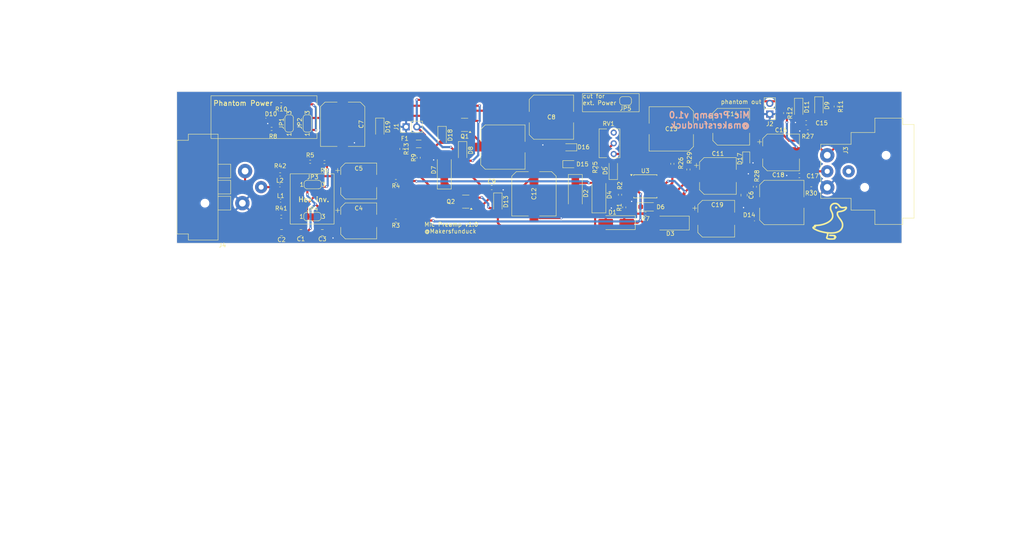
<source format=kicad_pcb>
(kicad_pcb (version 20241229) (generator "pcbnew") (generator_version "9.0")
  (title_block (title "THAT MicPre") (date "2022-10-10") (rev "1.1") (company "OJG"))
  (layers (0 "F.Cu" signal) (2 "B.Cu" signal) (13 "F.Paste" user) (15 "B.Paste" user) (5 "F.SilkS" user "F.Silkscreen") (7 "B.SilkS" user "B.Silkscreen") (1 "F.Mask" user) (3 "B.Mask" user) (25 "Edge.Cuts" user))
  (net 0 "")
  (net 1 "Net-(C1-Pad2)")
  (net 2 "GND")
  (net 3 "Net-(C4-Pad2)")
  (net 4 "Net-(JP3-A)")
  (net 5 "Net-(C5-Pad2)")
  (net 6 "Net-(JP3-B)")
  (net 7 "Net-(JP4-C)")
  (net 8 "Net-(JP3-C)")
  (net 9 "Net-(C13-Pad1)")
  (net 10 "Net-(D9-A)")
  (net 11 "Net-(C14-Pad1)")
  (net 12 "Net-(D11-A)")
  (net 13 "Net-(C16-Pad1)")
  (net 14 "OPA 7")
  (net 15 "Net-(R1-Pad2)")
  (net 16 "Net-(R25-Pad2)")
  (net 17 "Net-(D8-A)")
  (net 18 "Net-(D18-K)")
  (net 19 "Net-(D18-A)")
  (net 20 "Net-(D13-K)")
  (net 21 "OPA 8")
  (net 22 "OPA 5")
  (net 23 "OPA 3")
  (net 24 "OPA 2")
  (net 25 "OPA 1")
  (net 26 "Net-(D10-A)")
  (net 27 "Net-(D14-A)")
  (net 28 "Net-(D15-A)")
  (net 29 "Net-(JP1-A)")
  (net 30 "Net-(JP1-C)")
  (net 31 "Net-(JP2-A)")
  (net 32 "OPA 6")
  (net 33 "Net-(J4-Pad2)")
  (net 34 "Net-(J4-Pad3)")
  (net 35 "Net-(J1-Pin_2)")
  (net 37 "Net-(D11-K)")
  (net 38 "Net-(C14-Pad2)")
  (net 39 "Net-(C16-Pad2)")
  (footprint "Capacitor_SMD:C_0805_2012Metric_Pad1.18x1.45mm_HandSolder" (layer "F.Cu") (at 49.276 127 180)
    (property "Reference" "C1")
    (property "Value" "470p")
  )
  (footprint "Capacitor_SMD:C_0805_2012Metric_Pad1.18x1.45mm_HandSolder" (layer "F.Cu") (at 44.6825 127 180)
    (property "Reference" "C2")
    (property "Value" "470p")
  )
  (footprint "Capacitor_SMD:C_0805_2012Metric_Pad1.18x1.45mm_HandSolder" (layer "F.Cu") (at 54.356 127)
    (property "Reference" "C3")
    (property "Value" "47p")
  )
  (footprint "Capacitor_SMD:CP_Elec_8x5.4" (layer "F.Cu") (at 62.992 124.206)
    (property "Reference" "C4")
    (property "Value" "47u-10V-BP")
  )
  (footprint "Capacitor_SMD:CP_Elec_8x5.4" (layer "F.Cu") (at 62.99 114.74)
    (property "Reference" "C5")
    (property "Value" "47u-10V-BP")
  )
  (footprint "Capacitor_SMD:C_0805_2012Metric_Pad1.18x1.45mm_HandSolder" (layer "F.Cu") (at 154.432 118.0885 -90)
    (property "Reference" "C6")
    (property "Value" "100n")
  )
  (footprint "Capacitor_SMD:C_0603_1608Metric_Pad1.08x0.95mm_HandSolder" (layer "F.Cu") (at 94.549999 116.3)
    (property "Reference" "C9")
    (property "Value" "10n")
  )
  (footprint "Capacitor_SMD:CP_Elec_8x10.5" (layer "F.Cu") (at 148.226 113.538)
    (property "Reference" "C11")
    (property "Value" "47u-50V")
  )
  (footprint "Capacitor_SMD:C_Elec_10x10.2" (layer "F.Cu") (at 104.575 117.775 -90)
    (property "Reference" "C12")
    (property "Value" "220u-50V")
  )
  (footprint "Capacitor_SMD:C_Elec_10x10.2" (layer "F.Cu") (at 137.16 102.362 180)
    (property "Reference" "C13")
    (property "Value" "1000u-25V")
  )
  (footprint "Capacitor_SMD:CP_Elec_8x10.5" (layer "F.Cu") (at 151.384 101.854)
    (property "Reference" "C14")
    (property "Value" "47u-50V")
  )
  (footprint "Capacitor_SMD:C_0603_1608Metric_Pad1.08x0.95mm_HandSolder" (layer "F.Cu") (at 169.164 100.9 180)
    (property "Reference" "C15")
    (property "Value" "10n")
  )
  (footprint "Capacitor_SMD:CP_Elec_8x10.5" (layer "F.Cu") (at 163.212 107.95)
    (property "Reference" "C16")
    (property "Value" "47u-50V")
  )
  (footprint "Capacitor_SMD:C_0603_1608Metric_Pad1.08x0.95mm_HandSolder" (layer "F.Cu") (at 167.55 113.434 180)
    (property "Reference" "C17")
    (property "Value" "10n")
  )
  (footprint "Diode_SMD:D_SMA_Handsoldering" (layer "F.Cu") (at 124.1 124.625 180)
    (property "Reference" "D1")
    (property "Value" "FM4004W-W")
  )
  (footprint "Diode_SMD:D_SMA_Handsoldering" (layer "F.Cu") (at 114.39068 117.6975 -90)
    (property "Reference" "D2")
    (property "Value" "FM4004W-W")
  )
  (footprint "Diode_SMD:D_SMA_Handsoldering" (layer "F.Cu") (at 136.925 124.725 180)
    (property "Reference" "D3")
    (property "Value" "FM4004W-W")
  )
  (footprint "Diode_SMD:D_SMA_Handsoldering" (layer "F.Cu") (at 119.99091 117.79341 90)
    (property "Reference" "D4")
    (property "Value" "FM4004W-W")
  )
  (footprint "Diode_SMD:D_SOD-123F" (layer "F.Cu") (at 87.65 107.575001 -90)
    (property "Reference" "D8")
    (property "Value" "1N4148W")
  )
  (footprint "LED_SMD:LED_0402_1005Metric_Pad0.77x0.64mm_HandSolder" (layer "F.Cu") (at 42.228501 99.822)
    (property "Reference" "D10")
    (property "Value" "LED")
  )
  (footprint "Diode_SMD:D_SOD-123F" (layer "F.Cu") (at 96.00268 119.780501 -90)
    (property "Reference" "D13")
    (property "Value" "1N4148W")
  )
  (footprint "LED_SMD:LED_0402_1005Metric_Pad0.77x0.64mm_HandSolder" (layer "F.Cu") (at 155.637499 124.206 180)
    (property "Reference" "D14")
    (property "Value" "LED")
  )
  (footprint "Diode_SMD:D_SOD-323" (layer "F.Cu") (at 113.03 110.744)
    (property "Reference" "D15")
    (property "Value" "10V")
  )
  (footprint "Diode_SMD:D_SOD-323" (layer "F.Cu") (at 113.1325 106.73468 180)
    (property "Reference" "D16")
    (property "Value" "10V")
  )
  (footprint "Connector_Audio:Jack_XLR_Neutrik_NC3MBH-0_Horizontal" (layer "F.Cu") (at 174.16 116.244 90)
    (property "Reference" "J3")
    (property "Value" "NC3MBH1")
  )
  (footprint "Package_TO_SOT_SMD:SOT-23-3" (layer "F.Cu") (at 88.1125 101.400001 180)
    (property "Reference" "Q1")
    (property "Value" "BC846BLT1G")
  )
  (footprint "Package_TO_SOT_SMD:SOT-23-3" (layer "F.Cu") (at 88.392 119.634 180)
    (property "Reference" "Q2")
    (property "Value" "BC846BLT1G")
  )
  (footprint "Resistor_SMD:R_0402_1005Metric_Pad0.72x0.64mm_HandSolder" (layer "F.Cu") (at 125 118 -90)
    (property "Reference" "R2")
    (property "Value" "1k2-0.1%")
  )
  (footprint "Resistor_SMD:R_0402_1005Metric_Pad0.72x0.64mm_HandSolder" (layer "F.Cu") (at 71.7925 124.138 180)
    (property "Reference" "R3")
    (property "Value" "10R-1W")
  )
  (footprint "Resistor_SMD:R_0402_1005Metric_Pad0.72x0.64mm_HandSolder" (layer "F.Cu") (at 71.806 114.74 180)
    (property "Reference" "R4")
    (property "Value" "10R-1W")
  )
  (footprint "Resistor_SMD:R_0402_1005Metric_Pad0.72x0.64mm_HandSolder" (layer "F.Cu") (at 51.4725 110.168 180)
    (property "Reference" "R5")
    (property "Value" "6k8-0.1%-0.5W")
  )
  (footprint "Resistor_SMD:R_0402_1005Metric_Pad0.72x0.64mm_HandSolder" (layer "F.Cu") (at 54.864 110.236)
    (property "Reference" "R6")
    (property "Value" "6k8-0.1%-0.5W")
  )
  (footprint "Resistor_SMD:R_0402_1005Metric_Pad0.72x0.64mm_HandSolder" (layer "F.Cu") (at 131.05 122.5)
    (property "Reference" "R7")
    (property "Value" "22k")
  )
  (footprint "Resistor_SMD:R_0402_1005Metric_Pad0.72x0.64mm_HandSolder" (layer "F.Cu") (at 77.216 109.2025 90)
    (property "Reference" "R9")
    (property "Value" "10k")
  )
  (footprint "Resistor_SMD:R_0402_1005Metric_Pad0.72x0.64mm_HandSolder" (layer "F.Cu") (at 44.6145 96.52 180)
    (property "Reference" "R10")
    (property "Value" "22k")
  )
  (footprint "Resistor_SMD:R_0402_1005Metric_Pad0.72x0.64mm_HandSolder" (layer "F.Cu") (at 73.125 107.125 -90)
    (property "Reference" "R13")
    (property "Value" "10k")
  )
  (footprint "Resistor_SMD:R_0402_1005Metric_Pad0.72x0.64mm_HandSolder" (layer "F.Cu") (at 120.2525 111.5 90)
    (property "Reference" "R25")
    (property "Value" "10R")
  )
  (footprint "Resistor_SMD:R_0402_1005Metric_Pad0.72x0.64mm_HandSolder" (layer "F.Cu") (at 137.414 110.6545 -90)
    (property "Reference" "R26")
    (property "Value" "100R")
  )
  (footprint "Resistor_SMD:R_0402_1005Metric_Pad0.72x0.64mm_HandSolder" (layer "F.Cu") (at 169.5525 102.975 180)
    (property "Reference" "R27")
    (property "Value" "10k")
  )
  (footprint "Resistor_SMD:R_0402_1005Metric_Pad0.72x0.64mm_HandSolder" (layer "F.Cu") (at 170.3775 116.484 180)
    (property "Reference" "R30")
    (property "Value" "10k")
  )
  (footprint "Resistor_SMD:R_0402_1005Metric_Pad0.72x0.64mm_HandSolder" (layer "F.Cu") (at 126 121 90)
    (property "Reference" "R1")
    (property "Value" "1k2-0.1%")
  )
  (footprint "Connector_PinHeader_2.54mm:PinHeader_1x02_P2.54mm_Vertical" (layer "F.Cu") (at 74.235 101.875 90)
    (property "Reference" "J1")
    (property "Value" "Conn_01x02_Pin")
  )
  (footprint "Capacitor_SMD:CP_Elec_8x10.5" (layer "F.Cu") (at 147.828 123.698)
    (property "Reference" "C19")
    (property "Value" "47u-50V")
  )
  (footprint "Capacitor_SMD:C_Elec_10x10.2" (layer "F.Cu") (at 163.381587 119.840586)
    (property "Reference" "C18")
    (property "Value" "1000u-25V")
  )
  (footprint "Diode_SMD:D_SOD-123F" (layer "F.Cu") (at 123.4 112.175 90)
    (property "Reference" "D5")
    (property "Value" "1N4148W")
  )
  (footprint "Diode_SMD:D_SOD-123F" (layer "F.Cu") (at 131.3 120.875)
    (property "Reference" "D6")
    (property "Value" "1N4148W")
  )
  (footprint "Resistor_SMD:R_0402_1005Metric_Pad0.72x0.64mm_HandSolder" (layer "F.Cu") (at 157 116.1025 -90)
    (property "Reference" "R28")
    (property "Value" "4k7")
  )
  (footprint "Diode_SMD:D_SOD-123F" (layer "F.Cu") (at 82.775 103.975001 -90)
    (property "Reference" "D18")
    (property "Value" "1N4148W")
  )
  (footprint "Diode_SMD:D_SOD-123F" (layer "F.Cu") (at 68 102 -90)
    (property "Reference" "D19")
    (property "Value" "1N4148W")
  )
  (footprint "Resistor_SMD:R_0402_1005Metric_Pad0.72x0.64mm_HandSolder" (layer "F.Cu") (at 42.3285 102.362 180)
    (property "Reference" "R8")
    (property "Value" "47k")
  )
  (footprint "Capacitor_SMD:C_Elec_10x10.2" (layer "F.Cu") (at 97.2 106.68)
    (property "Reference" "C10" (hide yes))
    (property "Value" "220u-50V")
  )
  (footprint "Capacitor_SMD:C_Elec_10x10.2" (layer "F.Cu") (at 108.712 99.568)
    (property "Reference" "C8")
    (property "Value" "220u-50V")
  )
  (footprint "Diode_SMD:D_SOD-323" (layer "F.Cu") (at 154.94 109.434 -90)
    (property "Reference" "D17")
    (property "Value" "10V")
  )
  (footprint "Resistor_SMD:R_0402_1005Metric_Pad0.72x0.64mm_HandSolder" (layer "F.Cu") (at 141.224 112 -90)
    (property "Reference" "R29")
    (property "Value" "100R")
  )
  (footprint "Capacitor_SMD:C_Elec_10x10.2" (layer "F.Cu") (at 59.182 101.264 -90)
    (property "Reference" "C7")
    (property "Value" "220u-50V")
  )
  (footprint "Fuse:Fuse_1206_3216Metric_Pad1.42x1.75mm_HandSolder" (layer "F.Cu") (at 77.216 105.918 180)
    (property "Reference" "F1")
    (property "Value" "Polyfuse")
  )
  (footprint "Diode_SMD:D_SMA_Handsoldering" (layer "F.Cu") (at 83.3 112.125 90)
    (property "Reference" "D7")
    (property "Value" "FM4004W-W")
  )
  (footprint "Library:logo" (layer "F.Cu") (at 174.752 124.206)
    (property "Reference" "G***" (hide yes))
    (property "Value" "LOGO" (hide yes))
  )
  (footprint "Inductor_SMD:L_0402_1005Metric_Pad0.77x0.64mm_HandSolder" (layer "F.Cu") (at 44.2835 115.781)
    (property "Reference" "L2")
    (property "Value" "1.2μH")
  )
  (footprint "Resistor_SMD:R_0402_1005Metric_Pad0.72x0.64mm_HandSolder" (layer "F.Cu") (at 176.18 97.05 -90)
    (property "Reference" "R11")
    (property "Value" "1.5k")
  )
  (footprint "Resistor_SMD:R_0402_1005Metric_Pad0.72x0.64mm_HandSolder" (layer "F.Cu") (at 44.3585 113.156 180)
    (property "Reference" "R42")
    (property "Value" "47R-1W")
  )
  (footprint "Inductor_SMD:L_0402_1005Metric_Pad0.77x0.64mm_HandSolder" (layer "F.Cu") (at 44.4585 119.406)
    (property "Reference" "L1")
    (property "Value" "1.2μH")
  )
  (footprint "Package_SO:SOIC-8W_5.3x5.3mm_P1.27mm" (layer "F.Cu") (at 131 116)
    (property "Reference" "U3")
    (property "Value" "1510S08-U")
  )
  (footprint "Jumper:SolderJumper-3_P1.3mm_Bridged12_RoundedPad1.0x1.5mm_NumberLabels" (layer "F.Cu") (at 46.482 101.062 90)
    (property "Reference" "JP1")
    (property "Value" "SolderJumper_3_Bridged12")
  )
  (footprint "Jumper:SolderJumper-3_P1.3mm_Bridged12_RoundedPad1.0x1.5mm_NumberLabels" (layer "F.Cu") (at 52.006 123.181)
    (property "Reference" "JP4")
    (property "Value" "SolderJumper_3_Bridged12")
  )
  (footprint "Jumper:SolderJumper-3_P1.3mm_Bridged12_RoundedPad1.0x1.5mm_NumberLabels" (layer "F.Cu") (at 50.8 101.062 90)
    (property "Reference" "JP2")
    (property "Value" "SolderJumper_3_Bridged12")
  )
  (footprint "Diode_SMD:D_SOD-123F" (layer "F.Cu") (at 167.39 97.300001 -90)
    (property "Reference" "D11")
    (property "Value" "1N4148W")
  )
  (footprint "Jumper:SolderJumper-2_P1.3mm_Bridged_RoundedPad1.0x1.5mm" (layer "F.Cu") (at 126.31 95.7 180)
    (property "Reference" "JP5")
    (property "Value" "SolderJumper_2_Bridged")
  )
  (footprint "Diode_SMD:D_SOD-123F" (layer "F.Cu") (at 172.19 96.950001 -90)
    (property "Reference" "D9")
    (property "Value" "1N4148W")
  )
  (footprint "Potentiometer_THT:Potentiometer_Vishay_T73XW_Horizontal" (layer "F.Cu") (at 122.5 108.325 180)
    (property "Reference" "RV1")
    (property "Value" "PTN091-H11115DA")
  )
  (footprint "Connector_Audio:Jack_XLR_Neutrik_NC3MAFH-PH_Horizontal" (layer "F.Cu") (at 35.39 120 180)
    (property "Reference" "J4")
    (property "Value" "NC3FBH1")
  )
  (footprint "Jumper:SolderJumper-3_P1.3mm_Bridged12_RoundedPad1.0x1.5mm_NumberLabels" (layer "F.Cu") (at 52.081 115.581)
    (property "Reference" "JP3")
    (property "Value" "SolderJumper_3_Bridged12")
  )
  (footprint "Connector_PinHeader_2.54mm:PinHeader_1x02_P2.54mm_Vertical" (layer "F.Cu") (at 160.53 98.84 180)
    (property "Reference" "J2")
    (property "Value" "Conn_01x02_Pin")
  )
  (footprint "Resistor_SMD:R_0402_1005Metric_Pad0.72x0.64mm_HandSolder" (layer "F.Cu") (at 164.18 98.6075 -90)
    (property "Reference" "R12")
    (property "Value" "1.5k")
  )
  (footprint "Resistor_SMD:R_0402_1005Metric_Pad0.72x0.64mm_HandSolder" (layer "F.Cu") (at 44.6085 123.231 180)
    (property "Reference" "R41")
    (property "Value" "47R-1W")
  )
  (gr_rect (start 27.94 94.488) (end 53.086 104.648) (stroke (width 0.12)) (fill no) (layer "F.SilkS"))
  (gr_rect (start 46.736 113.03) (end 57.15 124.968) (stroke (width 0.12)) (fill no) (layer "F.SilkS"))
  (gr_rect (start 116.078 93.98) (end 129.54 98.298) (stroke (width 0.12)) (fill no) (layer "F.SilkS"))
  (gr_rect (start 19.812 93.481) (end 191.858 129.531) (stroke (width 0.05)) (fill no) (layer "Edge.Cuts"))
  (gr_text "Mic Preamp v1.0\n@Makersfunduck" (at 78.486 127.254 0) (layer "F.SilkS") (effects (font (size 1 1)) (justify left bottom)))
  (gr_text "Hex inv." (at 52.324 119.126 0) (layer "F.SilkS") (effects (font (size 1.2 1.2) (thickness 0.2))))
  (gr_text "Phantom Power" (at 35.56 96.266 0) (layer "F.SilkS") (effects (font (size 1.2 1.2) (thickness 0.2))))
  (gr_text "phantom out\n" (at 148.844 96.52 0) (layer "F.SilkS") (effects (font (size 1 1)) (justify left bottom)))
  (gr_text "cut for \next. Power" (at 116.078 96.774 0) (layer "F.SilkS") (effects (font (size 1 1)) (justify left bottom)))
  (gr_text "Mic Preamp v1.0\n@makersfunduck" (at 155.956 102.362 0) (layer "B.SilkS") (effects (font (size 1.5 1.5) (thickness 0.3) (bold yes)) (justify left bottom mirror)))
  (segment (start 53.3185 127.762) (end 53.3185 127) (width 0.5) (layer "F.Cu") (net 1))
  (segment (start 52.5565 128.524) (end 53.3185 127.762) (width 0.5) (layer "F.Cu") (net 1))
  (segment (start 47.498 128.524) (end 52.5565 128.524) (width 0.5) (layer "F.Cu") (net 1))
  (segment (start 45.169 128.524) (end 47.498 128.524) (width 0.5) (layer "F.Cu") (net 1))
  (segment (start 43.645 127) (end 45.169 128.524) (width 0.5) (layer "F.Cu") (net 1))
  (segment (start 48.2385 127.7835) (end 47.752 128.27) (width 0.5) (layer "F.Cu") (net 1))
  (segment (start 47.498 128.524) (end 47.752 128.27) (width 0.5) (layer "F.Cu") (net 1))
  (segment (start 48.2385 127) (end 48.2385 127.7835) (width 0.5) (layer "F.Cu") (net 1))
  (segment (start 106.68 106) (end 106.68 106.172) (width 0.5) (layer "F.Cu") (net 2))
  (segment (start 166.6875 113.434) (end 164.55 113.434) (width 0.5) (layer "F.Cu") (net 2))
  (segment (start 80.875 109.625) (end 83.3 109.625) (width 0.5) (layer "F.Cu") (net 2))
  (segment (start 122.174 122.494) (end 122.174 121.92) (width 0.5) (layer "F.Cu") (net 2))
  (segment (start 101.6 106.45) (end 106.68 106.45) (width 0.5) (layer "F.Cu") (net 2))
  (segment (start 127.35 119.175) (end 127.75 119.575) (width 0.5) (layer "F.Cu") (net 2))
  (segment (start 106.68 106.172) (end 106.68 106.45) (width 0.5) (layer "F.Cu") (net 2))
  (segment (start 154.432 120.918) (end 154.3 121.05) (width 0.5) (layer "F.Cu") (net 2))
  (segment (start 113.112 99.568) (end 106.68 106) (width 0.5) (layer "F.Cu") (net 2))
  (segment (start 167.745 102.975) (end 167.64 102.87) (width 0.5) (layer "F.Cu") (net 2))
  (segment (start 154.94 113.538) (end 151.956481 113.538) (width 0.5) (layer "F.Cu") (net 2))
  (segment (start 121.6 124.625) (end 121.6 123.068) (width 0.5) (layer "F.Cu") (net 2))
  (segment (start 122.174 121.92) (end 122.936 121.158) (width 0.5) (layer "F.Cu") (net 2))
  (segment (start 154.432 119.126) (end 154.432 120.918) (width 0.5) (layer "F.Cu") (net 2))
  (segment (start 169.78 117.842173) (end 167.781587 119.840586) (width 0.5) (layer "F.Cu") (net 2))
  (segment (start 80.772 109.728) (end 80.875 109.625) (width 0.5) (layer "F.Cu") (net 2))
  (segment (start 56.6635 128.27) (end 56.896 128.27) (width 0.5) (layer "F.Cu") (net 2))
  (segment (start 41.402 101.092) (end 41.402 102.033) (width 0.5) (layer "F.Cu") (net 2))
  (segment (start 169.78 116.484) (end 169.78 117.842173) (width 0.5) (layer "F.Cu") (net 2))
  (segment (start 50.8 101.062) (end 49.306 101.062) (width 0.5) (layer "F.Cu") (net 2))
  (segment (start 105.93818 123.53818) (end 111.05 123.53818) (width 0.5) (layer "F.Cu") (net 2))
  (segment (start 111.79782 106.45) (end 112.0825 106.73468) (width 0.5) (layer "F.Cu") (net 2))
  (segment (start 104.575 122.175) (end 105.93818 123.53818) (width 0.5) (layer "F.Cu") (net 2))
  (segment (start 106.68 106.45) (end 111.79782 106.45) (width 0.5) (layer "F.Cu") (net 2))
  (segment (start 168.955 102.975) (end 167.745 102.975) (width 0.5) (layer "F.Cu") (net 2))
  (segment (start 168.301499 100.9) (end 166.686 100.9) (width 0.5) (layer "F.Cu") (net 2))
  (segment (start 41.402 102.033) (end 41.731 102.362) (width 0.5) (layer "F.Cu") (net 2))
  (segment (start 55.3935 127) (end 56.6635 128.27) (width 0.5) (layer "F.Cu") (net 2))
  (segment (start 170.563414 119.840586) (end 174.16 116.244) (width 0.5) (layer "F.Cu") (net 2))
  (segment (start 127.35 117.905) (end 127.35 119.175) (width 0.5) (layer "F.Cu") (net 2))
  (segment (start 41.402 99.822) (end 41.402 101.092) (width 0.5) (layer "F.Cu") (net 2))
  (segment (start 156.5 110.484) (end 156.55 110.434) (width 0.5) (layer "F.Cu") (net 2))
  (segment (start 97.282 116.84) (end 95.9525 116.84) (width 0.5) (layer "F.Cu") (net 2))
  (segment (start 167.781587 119.840586) (end 170.563414 119.840586) (width 0.5) (layer "F.Cu") (net 2))
  (segment (start 154.94 110.484) (end 156.5 110.484) (width 0.5) (layer "F.Cu") (net 2))
  (segment (start 151.929115 123.420885) (end 154.3 121.05) (width 0.5) (layer "F.Cu") (net 2))
  (segment (start 61.976 105.664) (end 59.182 105.664) (width 0.5) (layer "F.Cu") (net 2))
  (segment (start 95.9525 116.84) (end 95.4125 116.3) (width 0.5) (layer "F.Cu") (net 2))
  (segment (start 121.6 123.068) (end 122.174 122.494) (width 0.5) (layer "F.Cu") (net 2))
  (segment (start 114.39068 120.1975) (end 111.05 123.53818) (width 0.5) (layer "F.Cu") (net 2))
  (segment (start 49.306 101.062) (end 48.768 101.6) (width 0.5) (layer "F.Cu") (net 2))
  (segment (start 155.448 113.03) (end 154.94 113.538) (width 0.5) (layer "F.Cu") (net 2))
  (segment (start 166.686 100.9) (end 166.624 100.838) (width 0.5) (layer "F.Cu") (net 2))
  (via (at 48.768 101.6) (size 0.6) (drill 0.3) (layers "F.Cu" "B.Cu") (net 2))
  (via (at 122.936 121.158) (size 0.6) (drill 0.3) (layers "F.Cu" "B.Cu") (net 2))
  (via (at 80.772 109.728) (size 0.6) (drill 0.3) (layers "F.Cu" "B.Cu") (net 2))
  (via (at 61.976 105.664) (size 0.6) (drill 0.3) (layers "F.Cu" "B.Cu") (net 2))
  (via (at 154.3 121.05) (size 0.6) (drill 0.3) (layers "F.Cu" "B.Cu") (net 2))
  (via (at 156.55 110.434) (size 0.6) (drill 0.3) (layers "F.Cu" "B.Cu") (net 2))
  (via (at 167.64 102.87) (size 0.6) (drill 0.3) (layers "F.Cu" "B.Cu") (net 2))
  (via (at 111.05 123.53818) (size 0.6) (drill 0.3) (layers "F.Cu" "B.Cu") (net 2))
  (via (at 56.896 128.27) (size 0.6) (drill 0.3) (layers "F.Cu" "B.Cu") (net 2))
  (via (at 97.282 116.84) (size 0.6) (drill 0.3) (layers "F.Cu" "B.Cu") (net 2))
  (via (at 166.624 100.838) (size 0.6) (drill 0.3) (layers "F.Cu" "B.Cu") (net 2))
  (via (at 127.75 119.575) (size 0.6) (drill 0.3) (layers "F.Cu" "B.Cu") (net 2))
  (via (at 164.55 113.434) (size 0.6) (drill 0.3) (layers "F.Cu" "B.Cu") (net 2))
  (via (at 106.68 106.172) (size 0.6) (drill 0.3) (layers "F.Cu" "B.Cu") (net 2))
  (via (at 155.448 113.03) (size 0.6) (drill 0.3) (layers "F.Cu" "B.Cu") (net 2))
  (via (at 41.402 101.092) (size 0.6) (drill 0.3) (layers "F.Cu" "B.Cu") (net 2))
  (segment (start 66.042 124.206) (end 71.0852 124.206) (width 0.5) (layer "F.Cu") (net 3))
  (segment (start 50.875 115.487) (end 50.781 115.581) (width 0.5) (layer "F.Cu") (net 4))
  (segment (start 53.306 120.781) (end 52.756 120.231) (width 0.5) (layer "F.Cu") (net 4))
  (segment (start 50.875 110.168) (end 50.875 115.487) (width 0.5) (layer "F.Cu") (net 4))
  (segment (start 45.081 115.556) (end 44.856 115.781) (width 0.5) (layer "F.Cu") (net 4))
  (segment (start 50.546 127) (end 51.562 125.984) (width 0.5) (layer "F.Cu") (net 4))
  (segment (start 44.956 113.156) (end 44.956 115.681) (width 0.5) (layer "F.Cu") (net 4))
  (segment (start 50.806 117.906) (end 50.806 115.606) (width 0.5) (layer "F.Cu") (net 4))
  (segment (start 44.956 115.681) (end 44.856 115.781) (width 0.5) (layer "F.Cu") (net 4))
  (segment (start 50.3135 127) (end 50.546 127) (width 0.5) (layer "F.Cu") (net 4))
  (segment (start 50.781 115.556) (end 45.081 115.556) (width 0.5) (layer "F.Cu") (net 4))
  (segment (start 50.806 115.606) (end 50.781 115.581) (width 0.5) (layer "F.Cu") (net 4))
  (segment (start 53.306 123.181) (end 53.306 120.781) (width 0.5) (layer "F.Cu") (net 4))
  (via (at 50.806 117.906) (size 0.6) (drill 0.3) (layers "F.Cu" "B.Cu") (net 4))
  (via (at 52.756 120.231) (size 0.6) (drill 0.3) (layers "F.Cu" "B.Cu") (net 4))
  (via (at 51.562 125.984) (size 0.6) (drill 0.3) (layers "F.Cu" "B.Cu") (net 4))
  (segment (start 51.562 125.984) (end 51.562 121.425) (width 0.5) (layer "B.Cu") (net 4))
  (segment (start 50.806 118.281) (end 50.806 117.906) (width 0.5) (layer "B.Cu") (net 4))
  (segment (start 52.756 120.231) (end 50.806 118.281) (width 0.5) (layer "B.Cu") (net 4))
  (segment (start 51.562 121.425) (end 52.756 120.231) (width 0.5) (layer "B.Cu") (net 4))
  (segment (start 66.04 114.74) (end 71.2085 114.74) (width 0.5) (layer "F.Cu") (net 5))
  (segment (start 55.372 116.078) (end 53.878 116.078) (width 0.5) (layer "F.Cu") (net 6))
  (segment (start 55.4615 111.8495) (end 55.626 112.014) (width 0.5) (layer "F.Cu") (net 6))
  (segment (start 45.72 123.745) (end 45.206 123.231) (width 0.5) (layer "F.Cu") (net 6))
  (segment (start 53.878 116.078) (end 53.381 115.581) (width 0.5) (layer "F.Cu") (net 6))
  (segment (start 45.206 123.231) (end 45.206 119.581) (width 0.5) (layer "F.Cu") (net 6))
  (segment (start 50.731 123.231) (end 45.206 123.231) (width 0.5) (layer "F.Cu") (net 6))
  (segment (start 55.4615 110.236) (end 55.4615 111.8495) (width 0.5) (layer "F.Cu") (net 6))
  (segment (start 45.206 119.581) (end 45.031 119.406) (width 0.5) (layer "F.Cu") (net 6))
  (segment (start 53.381 117.506) (end 50.706 120.181) (width 0.5) (layer "F.Cu") (net 6))
  (segment (start 53.381 115.581) (end 53.381 117.506) (width 0.5) (layer "F.Cu") (net 6))
  (segment (start 45.72 127) (end 45.72 123.745) (width 0.5) (layer "F.Cu") (net 6))
  (segment (start 50.706 120.181) (end 50.706 123.181) (width 0.5) (layer "F.Cu") (net 6))
  (via (at 55.372 116.078) (size 0.6) (drill 0.3) (layers "F.Cu" "B.Cu") (net 6))
  (via (at 55.626 112.014) (size 0.6) (drill 0.3) (layers "F.Cu" "B.Cu") (net 6))
  (segment (start 55.626 115.824) (end 55.372 116.078) (width 0.5) (layer "B.Cu") (net 6))
  (segment (start 55.626 112.014) (end 55.626 115.824) (width 0.5) (layer "B.Cu") (net 6))
  (segment (start 60.0735 124.206) (end 58.8235 125.456) (width 0.5) (layer "F.Cu") (net 7))
  (segment (start 58.8235 125.456) (end 53.56682 125.456) (width 0.5) (layer "F.Cu") (net 7))
  (segment (start 52.006 123.89518) (end 52.006 123.181) (width 0.5) (layer "F.Cu") (net 7))
  (segment (start 53.56682 125.456) (end 52.006 123.89518) (width 0.5) (layer "F.Cu") (net 7))
  (segment (start 52.831 113.581) (end 52.081 114.331) (width 0.5) (layer "F.Cu") (net 8))
  (segment (start 52.081 114.331) (end 52.081 115.581) (width 0.5) (layer "F.Cu") (net 8))
  (segment (start 58.856 113.581) (end 52.831 113.581) (width 0.5) (layer "F.Cu") (net 8))
  (segment (start 60.106 114.831) (end 58.856 113.581) (width 0.5) (layer "F.Cu") (net 8))
  (segment (start 139.02 99.822) (end 129.54 99.822) (width 0.5) (layer "F.Cu") (net 9))
  (segment (start 124.847 108.325) (end 123.5 108.325) (width 0.5) (layer "F.Cu") (net 9))
  (segment (start 127.762 101.6) (end 127.762 105.41) (width 0.5) (layer "F.Cu") (net 9))
  (segment (start 127.762 105.41) (end 124.847 108.325) (width 0.5) (layer "F.Cu") (net 9))
  (segment (start 141.56 102.362) (end 139.02 99.822) (width 0.5) (layer "F.Cu") (net 9))
  (segment (start 129.54 99.822) (end 127.762 101.6) (width 0.5) (layer "F.Cu") (net 9))
  (segment (start 173.8035 96.4525) (end 172.212 98.044) (width 0.5) (layer "F.Cu") (net 10))
  (segment (start 176.18 96.4525) (end 173.8035 96.4525) (width 0.5) (layer "F.Cu") (net 10))
  (segment (start 140.791 106.68) (end 142.858 106.68) (width 0.5) (layer "F.Cu") (net 11))
  (segment (start 147.574 101.854) (end 148.684 101.854) (width 0.5) (layer "F.Cu") (net 11))
  (segment (start 142.858 106.68) (end 147.684 101.854) (width 0.5) (layer "F.Cu") (net 11))
  (segment (start 137.414 110.057) (end 140.791 106.68) (width 0.5) (layer "F.Cu") (net 11))
  (segment (start 164.18 98.01) (end 166.336 98.01) (width 0.5) (layer "F.Cu") (net 12))
  (segment (start 166.336 98.01) (end 166.878 98.552) (width 0.5) (layer "F.Cu") (net 12))
  (segment (start 159.512 109.22) (end 159.512 107.95) (width 0.5) (layer "F.Cu") (net 13))
  (segment (start 141.224 111.4025) (end 141.5815 111.76) (width 0.5) (layer "F.Cu") (net 13))
  (segment (start 141.5815 111.76) (end 156.972 111.76) (width 0.5) (layer "F.Cu") (net 13))
  (segment (start 156.972 111.76) (end 159.512 109.22) (width 0.5) (layer "F.Cu") (net 13))
  (segment (start 146.92977 115.94177) (end 144.526 113.538) (width 0.5) (layer "F.Cu") (net 14))
  (segment (start 96.00268 124.70468) (end 98.044 126.746) (width 0.5) (layer "F.Cu") (net 14))
  (segment (start 140.2875 119.8575) (end 144.128 123.698) (width 0.5) (layer "F.Cu") (net 14))
  (segment (start 154.432 117.051) (end 154.432 116.332) (width 0.5) (layer "F.Cu") (net 14))
  (segment (start 135.785 115.365) (end 134.65 115.365) (width 0.5) (layer "F.Cu") (net 14))
  (segment (start 119.09091 121.19341) (end 119.09091 126.575) (width 0.5) (layer "F.Cu") (net 14))
  (segment (start 156.15 115.539) (end 153.745 115.539) (width 0.5) (layer "F.Cu") (net 14))
  (segment (start 154.432 116.332) (end 153.745 115.645) (width 0.5) (layer "F.Cu") (net 14))
  (segment (start 137.404 126.746) (end 139.425 124.725) (width 0.5) (layer "F.Cu") (net 14))
  (segment (start 144.237 113.538) (end 140.2875 117.4875) (width 0.5) (layer "F.Cu") (net 14))
  (segment (start 140.2875 117.4875) (end 140.05 117.725) (width 0.5) (layer "F.Cu") (net 14))
  (segment (start 140.05 117.725) (end 140.05 119.375) (width 0.5) (layer "F.Cu") (net 14))
  (segment (start 144.526 113.538) (end 144.237 113.538) (width 0.5) (layer "F.Cu") (net 14))
  (segment (start 89.5295 118.684001) (end 92.135999 118.684001) (width 0.5) (layer "F.Cu") (net 14))
  (segment (start 95.98018 121.158) (end 96.00268 121.1805) (width 0.5) (layer "F.Cu") (net 14))
  (segment (start 136.4 114.75) (end 135.785 115.365) (width 0.5) (layer "F.Cu") (net 14))
  (segment (start 153.745 115.539) (end 153.34223 115.94177) (width 0.5) (layer "F.Cu") (net 14))
  (segment (start 98.044 126.746) (end 137.404 126.746) (width 0.5) (layer "F.Cu") (net 14))
  (segment (start 93.726 120.904) (end 93.98 121.158) (width 0.5) (layer "F.Cu") (net 14))
  (segment (start 140.4375 117.3375) (end 140.05 117.725) (width 0.5) (layer "F.Cu") (net 14))
  (segment (start 119.99091 120.29341) (end 119.09091 121.19341) (width 0.5) (layer "F.Cu") (net 14))
  (segment (start 156.184 115.505) (end 157 115.505) (width 0.5) (layer "F.Cu") (net 14))
  (segment (start 139.425 120) (end 139.425 124.725) (width 0.5) (layer "F.Cu") (net 14))
  (segment (start 96.00268 121.1805) (end 96.00268 124.70468) (width 0.5) (layer "F.Cu") (net 14))
  (segment (start 140.05 119.375) (end 139.425 120) (width 0.5) (layer "F.Cu") (net 14))
  (segment (start 92.135999 118.684001) (end 92.202 118.618) (width 0.5) (layer "F.Cu") (net 14))
  (segment (start 140.2875 117.4875) (end 140.2875 119.8575) (width 0.5) (layer "F.Cu") (net 14))
  (segment (start 156.15 115.539) (end 156.184 115.505) (width 0.5) (layer "F.Cu") (net 14))
  (segment (start 153.745 115.645) (end 153.745 115.539) (width 0.5) (layer "F.Cu") (net 14))
  (segment (start 153.34223 115.94177) (end 146.92977 115.94177) (width 0.5) (layer "F.Cu") (net 14))
  (segment (start 93.98 121.158) (end 95.98018 121.158) (width 0.5) (layer "F.Cu") (net 14))
  (via (at 92.202 118.618) (size 0.6) (drill 0.3) (layers "F.Cu" "B.Cu") (net 14))
  (via (at 93.726 120.904) (size 0.6) (drill 0.3) (layers "F.Cu" "B.Cu") (net 14))
  (via (at 136.4 114.75) (size 0.6) (drill 0.3) (layers "F.Cu" "B.Cu") (net 14))
  (via (at 140.4375 117.3375) (size 0.6) (drill 0.3) (layers "F.Cu" "B.Cu") (net 14))
  (segment (start 93.726 120.142) (end 92.202 118.618) (width 0.5) (layer "B.Cu") (net 14))
  (segment (start 140.4375 117.2625) (end 137.925 114.75) (width 0.5) (layer "B.Cu") (net 14))
  (segment (start 93.726 120.904) (end 93.726 120.142) (width 0.5) (layer "B.Cu") (net 14))
  (segment (start 137.925 114.75) (end 136.4 114.75) (width 0.5) (layer "B.Cu") (net 14))
  (segment (start 140.4375 117.3375) (end 140.4375 117.2625) (width 0.5) (layer "B.Cu") (net 14))
  (segment (start 130.4525 122.5) (end 128.197816 122.5) (width 0.5) (layer "F.Cu") (net 15))
  (segment (start 125 118.5975) (end 125 119.4025) (width 0.5) (layer "F.Cu") (net 15))
  (segment (start 126.100316 120.4025) (end 126 120.4025) (width 0.5) (layer "F.Cu") (net 15))
  (segment (start 125 119.4025) (end 126 120.4025) (width 0.5) (layer "F.Cu") (net 15))
  (segment (start 128.197816 122.5) (end 126.100316 120.4025) (width 0.5) (layer "F.Cu") (net 15))
  (segment (start 120.2525 110.9025) (end 120.2525 109.0325) (width 0.5) (layer "F.Cu") (net 16))
  (segment (start 120.2525 109.0325) (end 123.5 105.785) (width 0.5) (layer "F.Cu") (net 16))
  (segment (start 59.182 96.864) (end 91.657132 96.864) (width 0.5) (layer "F.Cu") (net 17))
  (segment (start 90.05 109.925) (end 88.6 109.925) (width 0.5) (layer "F.Cu") (net 17))
  (segment (start 91.657132 96.864) (end 91.681132 96.84) (width 0.5) (layer "F.Cu") (net 17))
  (segment (start 56.284 99.762) (end 59.182 96.864) (width 0.5) (layer "F.Cu") (net 17))
  (segment (start 88.6 109.925) (end 87.65 108.975) (width 0.5) (layer "F.Cu") (net 17))
  (segment (start 50.8 99.762) (end 56.284 99.762) (width 0.5) (layer "F.Cu") (net 17))
  (segment (start 91.125002 100.450002) (end 91.425 100.75) (width 0.5) (layer "F.Cu") (net 17))
  (segment (start 89.25 100.450002) (end 91.125002 100.450002) (width 0.5) (layer "F.Cu") (net 17))
  (segment (start 46.482 99.762) (end 50.8 99.762) (width 0.5) (layer "F.Cu") (net 17))
  (via (at 91.425 100.75) (size 0.6) (drill 0.3) (layers "F.Cu" "B.Cu") (net 17))
  (via (at 91.681132 96.84) (size 0.6) (drill 0.3) (layers "F.Cu" "B.Cu") (net 17))
  (via (at 90.05 109.925) (size 0.6) (drill 0.3) (layers "F.Cu" "B.Cu") (net 17))
  (segment (start 91.35 100.825) (end 91.35 108.625) (width 0.5) (layer "B.Cu") (net 17))
  (segment (start 91.425 100.75) (end 91.35 100.825) (width 0.5) (layer "B.Cu") (net 17))
  (segment (start 91.694 100.481) (end 91.694 96.852868) (width 0.5) (layer "B.Cu") (net 17))
  (segment (start 91.35 108.625) (end 90.05 109.925) (width 0.5) (layer "B.Cu") (net 17))
  (segment (start 91.425 100.75) (end 91.694 100.481) (width 0.5) (layer "B.Cu") (net 17))
  (segment (start 91.694 96.852868) (end 91.681132 96.84) (width 0.5) (layer "B.Cu") (net 17))
  (segment (start 80.655998 98.044) (end 79.449998 99.25) (width 0.5) (layer "F.Cu") (net 18))
  (segment (start 87.2545 119.634) (end 86.654871 119.634) (width 0.5) (layer "F.Cu") (net 18))
  (segment (start 71.35 100.525) (end 72.625 99.25) (width 0.5) (layer "F.Cu") (net 18))
  (segment (start 68.075 100.525) (end 69.9 100.525) (width 0.5) (layer "F.Cu") (net 18))
  (segment (start 82.775 102.575002) (end 85.799999 102.575002) (width 0.5) (layer "F.Cu") (net 18))
  (segment (start 79.449998 99.25) (end 82.775 102.575002) (width 0.5) (layer "F.Cu") (net 18))
  (segment (start 102.788 98.044) (end 80.655998 98.044) (width 0.5) (layer "F.Cu") (net 18))
  (segment (start 72.625 99.25) (end 79.449998 99.25) (width 0.5) (layer "F.Cu") (net 18))
  (segment (start 69.9 100.525) (end 71.35 100.525) (width 0.5) (layer "F.Cu") (net 18))
  (segment (start 69.9 101.85) (end 69.9 100.525) (width 0.5) (layer "F.Cu") (net 18))
  (segment (start 68 100.6) (end 68.075 100.525) (width 0.5) (layer "F.Cu") (net 18))
  (segment (start 83.3 114.625) (end 78.475 109.8) (width 0.5) (layer "F.Cu") (net 18))
  (segment (start 73.7345 105.918) (end 73.125 106.5275) (width 0.5) (layer "F.Cu") (net 18))
  (segment (start 85.09 118.069129) (end 85.09 116.415) (width 0.5) (layer "F.Cu") (net 18))
  (segment (start 85.09 116.415) (end 83.3 114.625) (width 0.5) (layer "F.Cu") (net 18))
  (segment (start 73.5075 106.5275) (end 76.78 109.8) (width 0.5) (layer "F.Cu") (net 18))
  (segment (start 85.799999 102.575002) (end 86.975 101.400001) (width 0.5) (layer "F.Cu") (net 18))
  (segment (start 104.312 99.568) (end 102.788 98.044) (width 0.5) (layer "F.Cu") (net 18))
  (segment (start 86.654871 119.634) (end 85.09 118.069129) (width 0.5) (layer "F.Cu") (net 18))
  (segment (start 73.125 106.5275) (end 73.125 105.075) (width 0.5) (layer "F.Cu") (net 18))
  (segment (start 73.125 105.075) (end 69.9 101.85) (width 0.5) (layer "F.Cu") (net 18))
  (segment (start 73.125 106.5275) (end 73.5075 106.5275) (width 0.5) (layer "F.Cu") (net 18))
  (segment (start 78.475 109.8) (end 77.216 109.8) (width 0.5) (layer "F.Cu") (net 18))
  (segment (start 75.7285 105.918) (end 73.7345 105.918) (width 0.5) (layer "F.Cu") (net 18))
  (segment (start 82.331 105.375) (end 82.775 105.375) (width 0.5) (layer "F.Cu") (net 19))
  (segment (start 79.101 108.605) (end 82.331 105.375) (width 0.5) (layer "F.Cu") (net 19))
  (segment (start 87.65 103.95) (end 89.25 102.35) (width 0.5) (layer "F.Cu") (net 19))
  (segment (start 87.65 106.175002) (end 87.65 103.95) (width 0.5) (layer "F.Cu") (net 19))
  (segment (start 77.216 108.605) (end 79.101 108.605) (width 0.5) (layer "F.Cu") (net 19))
  (segment (start 92.8 106.45) (end 89.25 102.9) (width 0.5) (layer "F.Cu") (net 19))
  (segment (start 82.775 105.375) (end 86.849998 105.375) (width 0.5) (layer "F.Cu") (net 19))
  (segment (start 89.25 102.9) (end 89.25 102.35) (width 0.5) (layer "F.Cu") (net 19))
  (segment (start 86.849998 105.375) (end 87.65 106.175002) (width 0.5) (layer "F.Cu") (net 19))
  (segment (start 106.952 110.998) (end 106.308 111.642) (width 0.5) (layer "F.Cu") (net 20))
  (segment (start 94.488 118.364) (end 94.504502 118.380502) (width 0.5) (layer "F.Cu") (net 20))
  (segment (start 68 103.4) (end 72.3225 107.7225) (width 0.5) (layer "F.Cu") (net 20))
  (segment (start 85.852 121.92) (end 88.741872 121.92) (width 0.5) (layer "F.Cu") (net 20))
  (segment (start 106.308 111.642) (end 104.575 113.375) (width 0.5) (layer "F.Cu") (net 20))
  (segment (start 99.207999 118.742001) (end 96.644001 118.742001) (width 0.5) (layer "F.Cu") (net 20))
  (segment (start 73.125 107.7225) (end 73.125 109.193) (width 0.5) (layer "F.Cu") (net 20))
  (segment (start 72.3225 107.7225) (end 73.125 107.7225) (width 0.5) (layer "F.Cu") (net 20))
  (segment (start 94.504502 118.380502) (end 96.00268 118.380502) (width 0.5) (layer "F.Cu") (net 20))
  (segment (start 99.207999 118.742001) (end 104.575 113.375) (width 0.5) (layer "F.Cu") (net 20))
  (segment (start 111.98 110.744) (end 107.206 110.744) (width 0.5) (layer "F.Cu") (net 20))
  (segment (start 90.077873 120.583999) (end 92.268001 120.583999) (width 0.5) (layer "F.Cu") (net 20))
  (segment (start 88.741872 121.92) (end 90.077873 120.583999) (width 0.5) (layer "F.Cu") (net 20))
  (segment (start 73.125 109.193) (end 85.852 121.92) (width 0.5) (layer "F.Cu") (net 20))
  (segment (start 107.206 110.744) (end 106.308 111.642) (width 0.5) (layer "F.Cu") (net 20))
  (segment (start 92.268001 120.583999) (end 94.488 118.364) (width 0.5) (layer "F.Cu") (net 20))
  (segment (start 96.644001 118.742001) (end 96.52 118.618) (width 0.5) (layer "F.Cu") (net 20))
  (segment (start 132.65 115.19) (end 133.745 114.095) (width 0.5) (layer "F.Cu") (net 21))
  (segment (start 132.7 120.875) (end 132.7 115.24) (width 0.5) (layer "F.Cu") (net 21))
  (segment (start 132.7 115.24) (end 132.65 115.19) (width 0.5) (layer "F.Cu") (net 21))
  (segment (start 133.745 114.095) (end 134.65 114.095) (width 0.5) (layer "F.Cu") (net 21))
  (segment (start 134.65 104.252) (end 134.65 114.095) (width 0.5) (layer "F.Cu") (net 21))
  (segment (start 132.76 102.362) (end 134.65 104.252) (width 0.5) (layer "F.Cu") (net 21))
  (segment (start 156.21 124.206) (end 156.21 122.612173) (width 0.5) (layer "F.Cu") (net 22))
  (segment (start 137.6925 117.905) (end 134.65 117.905) (width 0.5) (layer "F.Cu") (net 22))
  (segment (start 161.29 104.902) (end 156.972 104.902) (width 0.5) (layer "F.Cu") (net 22))
  (segment (start 139.7 112.268) (end 140.0295 112.5975) (width 0.5) (layer "F.Cu") (net 22))
  (segment (start 162.814 116.008173) (end 162.814 106.426) (width 0.5) (layer "F.Cu") (net 22))
  (segment (start 131.6475 122.5) (end 133.0975 122.5) (width 0.5) (layer "F.Cu") (net 22))
  (segment (start 154.94 108.384) (end 141.552 108.384) (width 0.5) (layer "F.Cu") (net 22))
  (segment (start 141.224 113.03) (end 141.224 114.3735) (width 0.5) (layer "F.Cu") (net 22))
  (segment (start 162.814 106.426) (end 161.29 104.902) (width 0.5) (layer "F.Cu") (net 22))
  (segment (start 156.21 122.612173) (end 158.981587 119.840586) (width 0.5) (layer "F.Cu") (net 22))
  (segment (start 141.224 112.5975) (end 141.224 113.03) (width 0.5) (layer "F.Cu") (net 22))
  (segment (start 139.7 110.236) (end 139.7 112.268) (width 0.5) (layer "F.Cu") (net 22))
  (segment (start 140.0295 112.5975) (end 141.224 112.5975) (width 0.5) (layer "F.Cu") (net 22))
  (segment (start 158.981587 119.840586) (end 162.814 116.008173) (width 0.5) (layer "F.Cu") (net 22))
  (segment (start 154.94 106.934) (end 154.94 108.384) (width 0.5) (layer "F.Cu") (net 22))
  (segment (start 141.552 108.384) (end 139.7 110.236) (width 0.5) (layer "F.Cu") (net 22))
  (segment (start 156.972 104.902) (end 154.94 106.934) (width 0.5) (layer "F.Cu") (net 22))
  (segment (start 141.224 114.3735) (end 137.6925 117.905) (width 0.5) (layer "F.Cu") (net 22))
  (segment (start 133.0975 122.5) (end 137.6925 117.905) (width 0.5) (layer "F.Cu") (net 22))
  (segment (start 126 124.025) (end 126.6 124.625) (width 0.5) (layer "F.Cu") (net 23))
  (segment (start 126 121.5975) (end 126 124.025) (width 0.5) (layer "F.Cu") (net 23))
  (segment (start 128.7 116.635) (end 127.35 116.635) (width 0.5) (layer "F.Cu") (net 23))
  (segment (start 129.9 117.835) (end 128.7 116.635) (width 0.5) (layer "F.Cu") (net 23))
  (segment (start 126.6 124.625) (end 129.175 124.625) (width 0.5) (layer "F.Cu") (net 23))
  (segment (start 129.175 124.625) (end 129.825 123.975) (width 0.5) (layer "F.Cu") (net 23))
  (segment (start 130.575 124.725) (end 129.825 123.975) (width 0.5) (layer "F.Cu") (net 23))
  (segment (start 72.39 124.138) (end 80.704 124.138) (width 0.5) (layer "F.Cu") (net 23))
  (segment (start 129.9 120.875) (end 129.9 117.835) (width 0.5) (layer "F.Cu") (net 23))
  (segment (start 134.425 124.725) (end 130.575 124.725) (width 0.5) (layer "F.Cu") (net 23))
  (segment (start 80.772 124.206) (end 80.704 124.138) (width 0.5) (layer "F.Cu") (net 23))
  (via (at 80.704 124.138) (size 0.6) (drill 0.3) (layers "F.Cu" "B.Cu") (net 23))
  (via (at 129.9 117.835) (size 0.6) (drill 0.3) (layers "F.Cu" "B.Cu") (net 23))
  (via (at 129.825 123.975) (size 0.6) (drill 0.3) (layers "F.Cu" "B.Cu") (net 23))
  (segment (start 129.825 117.91) (end 129.9 117.835) (width 0.5) (layer "B.Cu") (net 23))
  (segment (start 80.90418 124.33818) (end 129.46182 124.33818) (width 0.5) (layer "B.Cu") (net 23))
  (segment (start 129.825 123.975) (end 129.825 117.91) (width 0.5) (layer "B.Cu") (net 23))
  (segment (start 129.46182 124.33818) (end 129.825 123.975) (width 0.5) (layer "B.Cu") (net 23))
  (segment (start 80.704 124.138) (end 80.90418 124.33818) (width 0.5) (layer "B.Cu") (net 23))
  (segment (start 126 115.365) (end 127.35 115.365) (width 0.5) (layer "F.Cu") (net 24))
  (segment (start 123.4 114.765) (end 125 116.365) (width 0.5) (layer "F.Cu") (net 24))
  (segment (start 125 117.4025) (end 125 116.365) (width 0.5) (layer "F.Cu") (net 24))
  (segment (start 76.64 114.74) (end 76.708 114.808) (width 0.5) (layer "F.Cu") (net 24))
  (segment (start 122.55659 115.29341) (end 123.4 114.45) (width 0.5) (layer "F.Cu") (net 24))
  (segment (start 117.602 115.1975) (end 119.895 115.1975) (width 0.5) (layer "F.Cu") (net 24))
  (segment (start 114.39068 115.1975) (end 117.602 115.1975) (width 0.5) (layer "F.Cu") (net 24))
  (segment (start 119.99091 115.29341) (end 122.55659 115.29341) (width 0.5) (layer "F.Cu") (net 24))
  (segment (start 125 116.365) (end 126 115.365) (width 0.5) (layer "F.Cu") (net 24))
  (segment (start 123.4 113.575) (end 123.4 114.45) (width 0.5) (layer "F.Cu") (net 24))
  (segment (start 119.895 115.1975) (end 119.99091 115.29341) (width 0.5) (layer "F.Cu") (net 24))
  (segment (start 72.4035 114.74) (end 76.64 114.74) (width 0.5) (layer "F.Cu") (net 24))
  (segment (start 123.4 114.45) (end 123.4 114.765) (width 0.5) (layer "F.Cu") (net 24))
  (via (at 117.602 115.1975) (size 0.6) (drill 0.3) (layers "F.Cu" "B.Cu") (net 24))
  (via (at 76.708 114.808) (size 0.6) (drill 0.3) (layers "F.Cu" "B.Cu") (net 24))
  (segment (start 117.2125 114.808) (end 117.602 115.1975) (width 0.5) (layer "B.Cu") (net 24))
  (segment (start 76.708 114.808) (end 117.2125 114.808) (width 0.5) (layer "B.Cu") (net 24))
  (segment (start 124.03 110.775) (end 123.4 110.775) (width 0.5) (layer "F.Cu") (net 25))
  (segment (start 121.2775 112.0975) (end 122.6 110.775) (width 0.5) (layer "F.Cu") (net 25))
  (segment (start 127.35 114.095) (end 124.03 110.775) (width 0.5) (layer "F.Cu") (net 25))
  (segment (start 120.2525 112.0975) (end 121.2775 112.0975) (width 0.5) (layer "F.Cu") (net 25))
  (segment (start 122.6 110.775) (end 123.4 110.775) (width 0.5) (layer "F.Cu") (net 25))
  (segment (start 44.017 96.52) (end 44.017 98.606002) (width 0.5) (layer "F.Cu") (net 26))
  (segment (start 44.017 98.606002) (end 42.801002 99.822) (width 0.5) (layer "F.Cu") (net 26))
  (segment (start 155.064998 122.696515) (end 155.956 121.805513) (width 0.5) (layer "F.Cu") (net 27))
  (segment (start 155.064998 124.206) (end 155.064998 122.696515) (width 0.5) (layer "F.Cu") (net 27))
  (segment (start 155.956 121.805513) (end 155.956 117.744) (width 0.5) (layer "F.Cu") (net 27))
  (segment (start 155.956 117.744) (end 157 116.7) (width 0.5) (layer "F.Cu") (net 27))
  (segment (start 114.1825 110.6415) (end 114.08 110.744) (width 0.5) (layer "F.Cu") (net 28))
  (segment (start 114.1825 106.73468) (end 114.1825 110.6415) (width 0.5) (layer "F.Cu") (net 28))
  (segment (start 52.138 110.236) (end 52.07 110.168) (width 0.5) (layer "F.Cu") (net 29))
  (segment (start 54.2665 110.236) (end 52.138 110.236) (width 0.5) (layer "F.Cu") (net 29))
  (segment (start 46.482 102.362) (end 52.07 107.95) (width 0.5) (layer "F.Cu") (net 29))
  (segment (start 52.07 107.95) (end 52.07 110.168) (width 0.5) (layer "F.Cu") (net 29))
  (segment (start 42.926 102.362) (end 44.226 101.062) (width 0.5) (layer "F.Cu") (net 30))
  (segment (start 44.226 101.062) (end 46.482 101.062) (width 0.5) (layer "F.Cu") (net 30))
  (segment (start 52.07 96.52) (end 52.324 96.774) (width 0.5) (layer "F.Cu") (net 31))
  (segment (start 51.054 102.616) (end 50.8 102.362) (width 0.5) (layer "F.Cu") (net 31))
  (segment (start 52.832 102.616) (end 51.054 102.616) (width 0.5) (layer "F.Cu") (net 31))
  (segment (start 45.212 96.52) (end 52.07 96.52) (width 0.5) (layer "F.Cu") (net 31))
  (via (at 52.324 96.774) (size 0.6) (drill 0.3) (layers "F.Cu" "B.Cu") (net 31))
  (via (at 52.832 102.616) (size 0.6) (drill 0.3) (layers "F.Cu" "B.Cu") (net 31))
  (segment (start 52.832 102.616) (end 52.832 97.282) (width 0.5) (layer "B.Cu") (net 31))
  (segment (start 52.832 97.282) (end 52.324 96.774) (width 0.5) (layer "B.Cu") (net 31))
  (segment (start 137.414 111.252) (end 137.414 115.1835) (width 0.5) (layer "F.Cu") (net 32))
  (segment (start 137.414 115.1835) (end 135.9625 116.635) (width 0.5) (layer "F.Cu") (net 32))
  (segment (start 135.9625 116.635) (end 134.65 116.635) (width 0.5) (layer "F.Cu") (net 32))
  (segment (start 36.025 116.525) (end 38.906 119.406) (width 0.5) (layer "F.Cu") (net 33))
  (segment (start 38.906 119.406) (end 43.886 119.406) (width 0.5) (layer "F.Cu") (net 33))
  (segment (start 36.025 112.38) (end 36.025 116.525) (width 0.5) (layer "F.Cu") (net 33))
  (segment (start 44.011 119.531) (end 43.886 119.406) (width 0.5) (layer "F.Cu") (net 33))
  (segment (start 44.011 123.231) (end 44.011 119.531) (width 0.5) (layer "F.Cu") (net 33))
  (segment (start 43.836 119.456) (end 43.886 119.406) (width 0.5) (layer "F.Cu") (net 33))
  (segment (start 43.576 115.646) (end 43.711 115.781) (width 0.5) (layer "F.Cu") (net 34))
  (segment (start 43.761 113.156) (end 43.761 115.731) (width 0.5) (layer "F.Cu") (net 34))
  (segment (start 43.761 115.731) (end 43.711 115.781) (width 0.5) (layer "F.Cu") (net 34))
  (segment (start 39.84 116.19) (end 43.302 116.19) (width 0.5) (layer "F.Cu") (net 34))
  (segment (start 43.302 116.19) (end 43.711 115.781) (width 0.5) (layer "F.Cu") (net 34))
  (segment (start 125.24 95.46) (end 76.775 95.46) (width 0.5) (layer "F.Cu") (net 35))
  (segment (start 125.82 96.04) (end 125.24 95.46) (width 0.5) (layer "F.Cu") (net 35))
  (segment (start 78.7035 103.8035) (end 76.775 101.875) (width 0.5) (layer "F.Cu") (net 35))
  (segment (start 78.7035 105.918) (end 78.7035 103.8035) (width 0.5) (layer "F.Cu") (net 35))
  (segment (start 85.598 109.398) (end 91.6875 115.4875) (width 0.5) (layer "F.Cu") (net 35))
  (segment (start 84.836 106.68) (end 85.598 107.442) (width 0.5) (layer "F.Cu") (net 35))
  (segment (start 91.6875 115.4875) (end 91.6875 115.85) (width 0.5) (layer "F.Cu") (net 35))
  (segment (start 92.1375 116.3) (end 91.6875 115.85) (width 0.5) (layer "F.Cu") (net 35))
  (segment (start 76.835 95.4) (end 76.775 95.46) (width 0.5) (layer "F.Cu") (net 35))
  (segment (start 93.687498 116.3) (end 92.1375 116.3) (width 0.5) (layer "F.Cu") (net 35))
  (segment (start 85.598 107.442) (end 85.598 109.398) (width 0.5) (layer "F.Cu") (net 35))
  (via (at 76.775 95.46) (size 0.6) (drill 0.3) (layers "F.Cu" "B.Cu") (net 35))
  (via (at 84.836 106.68) (size 0.6) (drill 0.3) (layers "F.Cu" "B.Cu") (net 35))
  (segment (start 84.836 106.68) (end 82.88 106.68) (width 0.5) (layer "B.Cu") (net 35))
  (segment (start 76.775 101.875) (end 76.775 95.46) (width 0.5) (layer "B.Cu") (net 35))
  (segment (start 82.88 106.68) (end 78.075 101.875) (width 0.5) (layer "B.Cu") (net 35))
  (segment (start 78.075 101.875) (end 76.775 101.875) (width 0.5) (layer "B.Cu") (net 35))
  (segment (start 171.656002 95.8) (end 127.06 95.8) (width 0.5) (layer "F.Cu") (net 37))
  (segment (start 172.212 95.244002) (end 171.656002 95.8) (width 0.5) (layer "F.Cu") (net 37))
  (segment (start 127.06 95.8) (end 126.96 95.7) (width 0.5) (layer "F.Cu") (net 37))
  (segment (start 176.18 106.604) (end 174.16 108.624) (width 0.5) (layer "F.Cu") (net 38))
  (segment (start 170.026501 100.9) (end 170.026501 102.851501) (width 0.5) (layer "F.Cu") (net 38))
  (segment (start 170.026501 102.851501) (end 170.15 102.975) (width 0.5) (layer "F.Cu") (net 38))
  (segment (start 169.608 105.156) (end 170.15 104.614) (width 0.5) (layer "F.Cu") (net 38))
  (segment (start 173.99 108.454) (end 174.16 108.624) (width 0.5) (layer "F.Cu") (net 38))
  (segment (start 170.15 104.614) (end 171.243 105.707) (width 0.5) (layer "F.Cu") (net 38))
  (segment (start 165.1 105.156) (end 169.608 105.156) (width 0.5) (layer "F.Cu") (net 38))
  (segment (start 174.16 108.624) (end 171.243 105.707) (width 0.5) (layer "F.Cu") (net 38))
  (segment (start 161.798 101.854) (end 165.1 105.156) (width 0.5) (layer "F.Cu") (net 38))
  (segment (start 154.084 101.854) (end 161.798 101.854) (width 0.5) (layer "F.Cu") (net 38))
  (segment (start 176.18 97.6475) (end 176.18 106.604) (width 0.5) (layer "F.Cu") (net 38))
  (segment (start 170.15 102.975) (end 170.15 104.614) (width 0.5) (layer "F.Cu") (net 38))
  (segment (start 168.4125 113.434) (end 169.275 113.434) (width 0.5) (layer "F.Cu") (net 39))
  (segment (start 167.88323 109.76723) (end 167.88323 108.434) (width 0.5) (layer "F.Cu") (net 39))
  (segment (start 166.878 106.68) (end 166.878 107.42877) (width 0.5) (layer "F.Cu") (net 39))
  (segment (start 170.55 112.434) (end 167.88323 109.76723) (width 0.5) (layer "F.Cu") (net 39))
  (segment (start 170.975 116.484) (end 170.975 115.134) (width 0.5) (layer "F.Cu") (net 39))
  (segment (start 169.55 113.434) (end 170.55 112.434) (width 0.5) (layer "F.Cu") (net 39))
  (segment (start 164.592 99.617) (end 164.18 99.205) (width 0.5) (layer "F.Cu") (net 39))
  (segment (start 164.592 100.82) (end 164.592 99.617) (width 0.5) (layer "F.Cu") (net 39))
  (segment (start 170.975 115.134) (end 169.275 113.434) (width 0.5) (layer "F.Cu") (net 39))
  (segment (start 170.55 112.434) (end 174.16 112.434) (width 0.5) (layer "F.Cu") (net 39))
  (segment (start 169.275 113.434) (end 169.55 113.434) (width 0.5) (layer "F.Cu") (net 39))
  (segment (start 166.878 107.42877) (end 167.88323 108.434) (width 0.5) (layer "F.Cu") (net 39))
  (via (at 166.878 106.68) (size 0.6) (drill 0.3) (layers "F.Cu" "B.Cu") (net 39))
  (via (at 164.592 100.82) (size 0.6) (drill 0.3) (layers "F.Cu" "B.Cu") (net 39))
  (segment (start 164.592 104.394) (end 164.592 100.82) (width 0.5) (layer "B.Cu") (net 39))
  (segment (start 166.878 106.68) (end 164.592 104.394) (width 0.5) (layer "B.Cu") (net 39))
  (zone (net 2) (net_name "GND") (layer "B.Cu") (connect_pads (clearance 0.508)) (min_thickness 0.25) (fill yes (thermal_gap 0.5) (thermal_bridge_width 0.5))
    (polygon (pts (xy -22.125 88.2) (xy 220.875 86.575) (xy 215.45 156) (xy -21.575 152.225)))
  )
)
</source>
